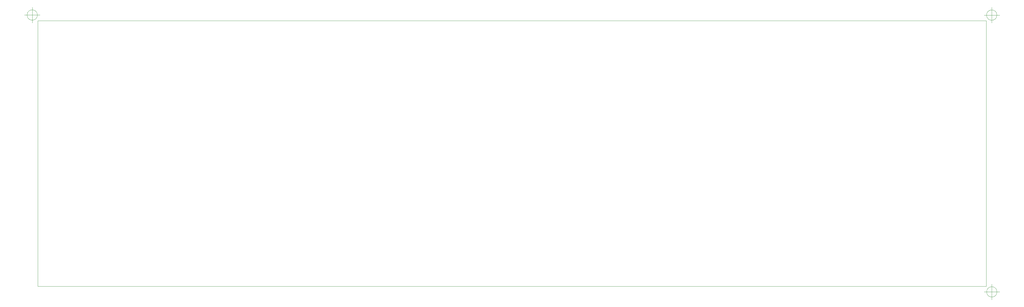
<source format=gm1>
%TF.GenerationSoftware,KiCad,Pcbnew,5.1.4-e60b266~84~ubuntu16.04.1*%
%TF.CreationDate,2019-08-26T22:10:38+07:00*%
%TF.ProjectId,led_yol,6c65645f-796f-46c2-9e6b-696361645f70,1.0*%
%TF.SameCoordinates,Original*%
%TF.FileFunction,Profile,NP*%
%FSLAX46Y46*%
G04 Gerber Fmt 4.6, Leading zero omitted, Abs format (unit mm)*
G04 Created by KiCad (PCBNEW 5.1.4-e60b266~84~ubuntu16.04.1) date 2019-08-26 22:10:38*
%MOMM*%
%LPD*%
G04 APERTURE LIST*
%ADD10C,0.050000*%
G04 APERTURE END LIST*
D10*
X-3946734Y-90855800D02*
G75*
G03X-3946734Y-90855800I-1666666J0D01*
G01*
X-8113400Y-90855800D02*
X-3113400Y-90855800D01*
X-5613400Y-88355800D02*
X-5613400Y-93355800D01*
X305704666Y-90881200D02*
G75*
G03X305704666Y-90881200I-1666666J0D01*
G01*
X301538000Y-90881200D02*
X306538000Y-90881200D01*
X304038000Y-88381200D02*
X304038000Y-93381200D01*
X305730066Y-180340000D02*
G75*
G03X305730066Y-180340000I-1666666J0D01*
G01*
X301563400Y-180340000D02*
X306563400Y-180340000D01*
X304063400Y-177840000D02*
X304063400Y-182840000D01*
X-3810000Y-92710000D02*
X302260000Y-92710000D01*
X-3810000Y-178562000D02*
X-3810000Y-92710000D01*
X302260000Y-178562000D02*
X-3810000Y-178562000D01*
X302260000Y-161290000D02*
X302260000Y-178562000D01*
X302260000Y-154940000D02*
X302260000Y-161290000D01*
X302260000Y-153924000D02*
X302260000Y-154940000D01*
X302260000Y-92710000D02*
X302260000Y-153924000D01*
M02*

</source>
